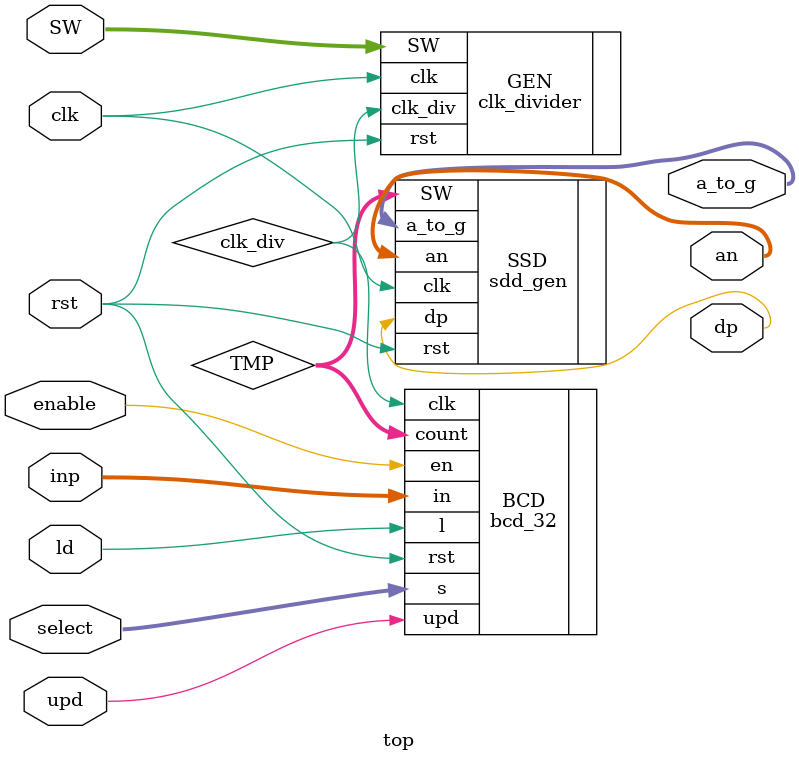
<source format=v>
`timescale 1ns / 1ps


module top(
            input clk,
            input rst,
            input ld,
            input [4:0] SW, 
            input [2:0] select,
            input [3:0] inp,
            input enable, 
            input upd, 
            output wire [6:0] a_to_g,
            output wire [7:0] an,
            output wire dp
          );
          
         wire clk_div; 
         clk_divider  GEN    (
                              .clk(clk),
                              .rst(rst),
                              .SW(SW), 
                              .clk_div(clk_div)
                              ); 
          
         wire [31:0] TMP;                 

          bcd_32  BCD    (
                          .clk(clk_div),
                          .rst(rst),
                          .en(enable),
                          .l(ld),
                          .s(select),
                          .in(inp),
                          .upd(upd),
                          .count(TMP)
                          );
                          
                          
         sdd_gen   SSD   (
                           .SW(TMP),
                           .clk(clk),
                           .rst(rst),
                           .a_to_g(a_to_g),
                           .an(an),
                           .dp(dp)
                          );                 
          
endmodule

</source>
